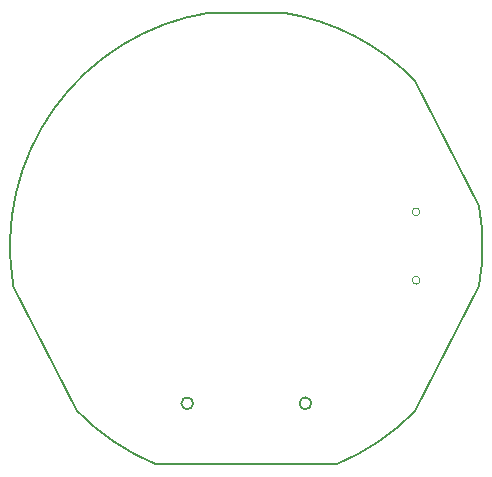
<source format=gbr>
%TF.GenerationSoftware,KiCad,Pcbnew,(6.0.7-1)-1*%
%TF.CreationDate,2022-10-24T14:59:35+01:00*%
%TF.ProjectId,wristpad,77726973-7470-4616-942e-6b696361645f,rev?*%
%TF.SameCoordinates,Original*%
%TF.FileFunction,Profile,NP*%
%FSLAX46Y46*%
G04 Gerber Fmt 4.6, Leading zero omitted, Abs format (unit mm)*
G04 Created by KiCad (PCBNEW (6.0.7-1)-1) date 2022-10-24 14:59:35*
%MOMM*%
%LPD*%
G01*
G04 APERTURE LIST*
%TA.AperFunction,Profile*%
%ADD10C,0.200000*%
%TD*%
%TA.AperFunction,Profile*%
%ADD11C,0.120000*%
%TD*%
%TA.AperFunction,Profile*%
%ADD12C,0.150000*%
%TD*%
G04 APERTURE END LIST*
D10*
X119751350Y-103378892D02*
G75*
G03*
X119751349Y-96607562I-19711360J3385662D01*
G01*
X114365100Y-113950000D02*
X119751349Y-103378892D01*
X85714896Y-113950004D02*
G75*
G03*
X92440658Y-118493227I14325104J13956804D01*
G01*
X114365094Y-86036460D02*
G75*
G03*
X103170000Y-80239668I-14325094J-13956740D01*
G01*
X119751349Y-96607562D02*
X114365100Y-86036454D01*
X96910000Y-80239671D02*
G75*
G03*
X80328651Y-103378892I3130000J-19753559D01*
G01*
X80328651Y-103378892D02*
X85714900Y-113950000D01*
X103170000Y-80239668D02*
X96910000Y-80239668D01*
X92440658Y-118493227D02*
X107639342Y-118493227D01*
X107639340Y-118493222D02*
G75*
G03*
X114365100Y-113950000I-7599340J18500022D01*
G01*
D11*
%TO.C,J1*%
X114750200Y-97100000D02*
G75*
G03*
X114750200Y-97100000I-330200J0D01*
G01*
X114750200Y-102900000D02*
G75*
G03*
X114750200Y-102900000I-330200J0D01*
G01*
D12*
%TO.C,U5*%
X95550000Y-113319500D02*
G75*
G03*
X95550000Y-113319500I-500000J0D01*
G01*
X105550000Y-113319500D02*
G75*
G03*
X105550000Y-113319500I-500000J0D01*
G01*
%TD*%
M02*

</source>
